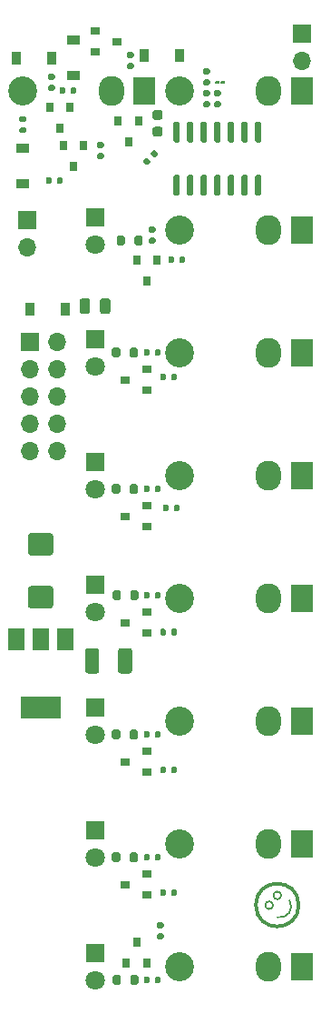
<source format=gts>
G04 #@! TF.GenerationSoftware,KiCad,Pcbnew,(5.1.7)-1*
G04 #@! TF.CreationDate,2021-01-31T04:24:23+01:00*
G04 #@! TF.ProjectId,clockdiv,636c6f63-6b64-4697-962e-6b696361645f,rev?*
G04 #@! TF.SameCoordinates,Original*
G04 #@! TF.FileFunction,Soldermask,Top*
G04 #@! TF.FilePolarity,Negative*
%FSLAX46Y46*%
G04 Gerber Fmt 4.6, Leading zero omitted, Abs format (unit mm)*
G04 Created by KiCad (PCBNEW (5.1.7)-1) date 2021-01-31 04:24:23*
%MOMM*%
%LPD*%
G01*
G04 APERTURE LIST*
%ADD10C,0.150000*%
%ADD11C,0.300000*%
%ADD12O,2.350000X2.800000*%
%ADD13R,2.150000X2.600000*%
%ADD14C,2.700000*%
%ADD15O,1.700000X1.700000*%
%ADD16R,1.700000X1.700000*%
%ADD17R,1.500000X2.000000*%
%ADD18R,3.800000X2.000000*%
%ADD19R,0.800000X0.900000*%
%ADD20C,1.800000*%
%ADD21R,1.800000X1.800000*%
%ADD22R,0.900000X1.200000*%
%ADD23R,1.200000X0.900000*%
%ADD24R,0.900000X0.800000*%
G04 APERTURE END LIST*
D10*
X134502025Y-158465184D02*
G75*
G02*
X133350001Y-160019999I-898025J-538816D01*
G01*
X132947210Y-158898790D02*
G75*
G03*
X132947210Y-158898790I-359210J0D01*
G01*
X133709210Y-157988000D02*
G75*
G03*
X133709210Y-157988000I-359210J0D01*
G01*
D11*
X135350000Y-158880739D02*
G75*
G03*
X135350000Y-158880739I-2000000J0D01*
G01*
G04 #@! TO.C,R22*
G36*
G01*
X122950000Y-133292000D02*
X122950000Y-133662000D01*
G75*
G02*
X122815000Y-133797000I-135000J0D01*
G01*
X122545000Y-133797000D01*
G75*
G02*
X122410000Y-133662000I0J135000D01*
G01*
X122410000Y-133292000D01*
G75*
G02*
X122545000Y-133157000I135000J0D01*
G01*
X122815000Y-133157000D01*
G75*
G02*
X122950000Y-133292000I0J-135000D01*
G01*
G37*
G36*
G01*
X123970000Y-133292000D02*
X123970000Y-133662000D01*
G75*
G02*
X123835000Y-133797000I-135000J0D01*
G01*
X123565000Y-133797000D01*
G75*
G02*
X123430000Y-133662000I0J135000D01*
G01*
X123430000Y-133292000D01*
G75*
G02*
X123565000Y-133157000I135000J0D01*
G01*
X123835000Y-133157000D01*
G75*
G02*
X123970000Y-133292000I0J-135000D01*
G01*
G37*
G04 #@! TD*
D12*
G04 #@! TO.C,J2*
X117856000Y-83058000D03*
D13*
X120956000Y-83058000D03*
D14*
X109556000Y-83058000D03*
G04 #@! TD*
G04 #@! TO.C,R31*
G36*
G01*
X118764000Y-165587000D02*
X118764000Y-166137000D01*
G75*
G02*
X118564000Y-166337000I-200000J0D01*
G01*
X118164000Y-166337000D01*
G75*
G02*
X117964000Y-166137000I0J200000D01*
G01*
X117964000Y-165587000D01*
G75*
G02*
X118164000Y-165387000I200000J0D01*
G01*
X118564000Y-165387000D01*
G75*
G02*
X118764000Y-165587000I0J-200000D01*
G01*
G37*
G36*
G01*
X120414000Y-165587000D02*
X120414000Y-166137000D01*
G75*
G02*
X120214000Y-166337000I-200000J0D01*
G01*
X119814000Y-166337000D01*
G75*
G02*
X119614000Y-166137000I0J200000D01*
G01*
X119614000Y-165587000D01*
G75*
G02*
X119814000Y-165387000I200000J0D01*
G01*
X120214000Y-165387000D01*
G75*
G02*
X120414000Y-165587000I0J-200000D01*
G01*
G37*
G04 #@! TD*
G04 #@! TO.C,R30*
G36*
G01*
X118701000Y-154157000D02*
X118701000Y-154707000D01*
G75*
G02*
X118501000Y-154907000I-200000J0D01*
G01*
X118101000Y-154907000D01*
G75*
G02*
X117901000Y-154707000I0J200000D01*
G01*
X117901000Y-154157000D01*
G75*
G02*
X118101000Y-153957000I200000J0D01*
G01*
X118501000Y-153957000D01*
G75*
G02*
X118701000Y-154157000I0J-200000D01*
G01*
G37*
G36*
G01*
X120351000Y-154157000D02*
X120351000Y-154707000D01*
G75*
G02*
X120151000Y-154907000I-200000J0D01*
G01*
X119751000Y-154907000D01*
G75*
G02*
X119551000Y-154707000I0J200000D01*
G01*
X119551000Y-154157000D01*
G75*
G02*
X119751000Y-153957000I200000J0D01*
G01*
X120151000Y-153957000D01*
G75*
G02*
X120351000Y-154157000I0J-200000D01*
G01*
G37*
G04 #@! TD*
G04 #@! TO.C,R27*
G36*
G01*
X118701000Y-142727000D02*
X118701000Y-143277000D01*
G75*
G02*
X118501000Y-143477000I-200000J0D01*
G01*
X118101000Y-143477000D01*
G75*
G02*
X117901000Y-143277000I0J200000D01*
G01*
X117901000Y-142727000D01*
G75*
G02*
X118101000Y-142527000I200000J0D01*
G01*
X118501000Y-142527000D01*
G75*
G02*
X118701000Y-142727000I0J-200000D01*
G01*
G37*
G36*
G01*
X120351000Y-142727000D02*
X120351000Y-143277000D01*
G75*
G02*
X120151000Y-143477000I-200000J0D01*
G01*
X119751000Y-143477000D01*
G75*
G02*
X119551000Y-143277000I0J200000D01*
G01*
X119551000Y-142727000D01*
G75*
G02*
X119751000Y-142527000I200000J0D01*
G01*
X120151000Y-142527000D01*
G75*
G02*
X120351000Y-142727000I0J-200000D01*
G01*
G37*
G04 #@! TD*
G04 #@! TO.C,R24*
G36*
G01*
X118764000Y-129773000D02*
X118764000Y-130323000D01*
G75*
G02*
X118564000Y-130523000I-200000J0D01*
G01*
X118164000Y-130523000D01*
G75*
G02*
X117964000Y-130323000I0J200000D01*
G01*
X117964000Y-129773000D01*
G75*
G02*
X118164000Y-129573000I200000J0D01*
G01*
X118564000Y-129573000D01*
G75*
G02*
X118764000Y-129773000I0J-200000D01*
G01*
G37*
G36*
G01*
X120414000Y-129773000D02*
X120414000Y-130323000D01*
G75*
G02*
X120214000Y-130523000I-200000J0D01*
G01*
X119814000Y-130523000D01*
G75*
G02*
X119614000Y-130323000I0J200000D01*
G01*
X119614000Y-129773000D01*
G75*
G02*
X119814000Y-129573000I200000J0D01*
G01*
X120214000Y-129573000D01*
G75*
G02*
X120414000Y-129773000I0J-200000D01*
G01*
G37*
G04 #@! TD*
G04 #@! TO.C,R21*
G36*
G01*
X118701000Y-107167000D02*
X118701000Y-107717000D01*
G75*
G02*
X118501000Y-107917000I-200000J0D01*
G01*
X118101000Y-107917000D01*
G75*
G02*
X117901000Y-107717000I0J200000D01*
G01*
X117901000Y-107167000D01*
G75*
G02*
X118101000Y-106967000I200000J0D01*
G01*
X118501000Y-106967000D01*
G75*
G02*
X118701000Y-107167000I0J-200000D01*
G01*
G37*
G36*
G01*
X120351000Y-107167000D02*
X120351000Y-107717000D01*
G75*
G02*
X120151000Y-107917000I-200000J0D01*
G01*
X119751000Y-107917000D01*
G75*
G02*
X119551000Y-107717000I0J200000D01*
G01*
X119551000Y-107167000D01*
G75*
G02*
X119751000Y-106967000I200000J0D01*
G01*
X120151000Y-106967000D01*
G75*
G02*
X120351000Y-107167000I0J-200000D01*
G01*
G37*
G04 #@! TD*
G04 #@! TO.C,R18*
G36*
G01*
X118701000Y-119867000D02*
X118701000Y-120417000D01*
G75*
G02*
X118501000Y-120617000I-200000J0D01*
G01*
X118101000Y-120617000D01*
G75*
G02*
X117901000Y-120417000I0J200000D01*
G01*
X117901000Y-119867000D01*
G75*
G02*
X118101000Y-119667000I200000J0D01*
G01*
X118501000Y-119667000D01*
G75*
G02*
X118701000Y-119867000I0J-200000D01*
G01*
G37*
G36*
G01*
X120351000Y-119867000D02*
X120351000Y-120417000D01*
G75*
G02*
X120151000Y-120617000I-200000J0D01*
G01*
X119751000Y-120617000D01*
G75*
G02*
X119551000Y-120417000I0J200000D01*
G01*
X119551000Y-119867000D01*
G75*
G02*
X119751000Y-119667000I200000J0D01*
G01*
X120151000Y-119667000D01*
G75*
G02*
X120351000Y-119867000I0J-200000D01*
G01*
G37*
G04 #@! TD*
G04 #@! TO.C,R15*
G36*
G01*
X119146000Y-96753000D02*
X119146000Y-97303000D01*
G75*
G02*
X118946000Y-97503000I-200000J0D01*
G01*
X118546000Y-97503000D01*
G75*
G02*
X118346000Y-97303000I0J200000D01*
G01*
X118346000Y-96753000D01*
G75*
G02*
X118546000Y-96553000I200000J0D01*
G01*
X118946000Y-96553000D01*
G75*
G02*
X119146000Y-96753000I0J-200000D01*
G01*
G37*
G36*
G01*
X120796000Y-96753000D02*
X120796000Y-97303000D01*
G75*
G02*
X120596000Y-97503000I-200000J0D01*
G01*
X120196000Y-97503000D01*
G75*
G02*
X119996000Y-97303000I0J200000D01*
G01*
X119996000Y-96753000D01*
G75*
G02*
X120196000Y-96553000I200000J0D01*
G01*
X120596000Y-96553000D01*
G75*
G02*
X120796000Y-96753000I0J-200000D01*
G01*
G37*
G04 #@! TD*
G04 #@! TO.C,R8*
G36*
G01*
X121218104Y-89340267D02*
X121479733Y-89601896D01*
G75*
G02*
X121479733Y-89792814I-95459J-95459D01*
G01*
X121288814Y-89983733D01*
G75*
G02*
X121097896Y-89983733I-95459J95459D01*
G01*
X120836267Y-89722104D01*
G75*
G02*
X120836267Y-89531186I95459J95459D01*
G01*
X121027186Y-89340267D01*
G75*
G02*
X121218104Y-89340267I95459J-95459D01*
G01*
G37*
G36*
G01*
X121939352Y-88619019D02*
X122200981Y-88880648D01*
G75*
G02*
X122200981Y-89071566I-95459J-95459D01*
G01*
X122010062Y-89262485D01*
G75*
G02*
X121819144Y-89262485I-95459J95459D01*
G01*
X121557515Y-89000856D01*
G75*
G02*
X121557515Y-88809938I95459J95459D01*
G01*
X121748434Y-88619019D01*
G75*
G02*
X121939352Y-88619019I95459J-95459D01*
G01*
G37*
G04 #@! TD*
D15*
G04 #@! TO.C,J10*
X135636000Y-80264000D03*
D16*
X135636000Y-77724000D03*
G04 #@! TD*
D15*
G04 #@! TO.C,J3*
X109982000Y-97663000D03*
D16*
X109982000Y-95123000D03*
G04 #@! TD*
D17*
G04 #@! TO.C,U2*
X113552000Y-134162000D03*
X108952000Y-134162000D03*
X111252000Y-134162000D03*
D18*
X111252000Y-140462000D03*
G04 #@! TD*
G04 #@! TO.C,C6*
G36*
G01*
X116727000Y-135218997D02*
X116727000Y-137069003D01*
G75*
G02*
X116477003Y-137319000I-249997J0D01*
G01*
X115651997Y-137319000D01*
G75*
G02*
X115402000Y-137069003I0J249997D01*
G01*
X115402000Y-135218997D01*
G75*
G02*
X115651997Y-134969000I249997J0D01*
G01*
X116477003Y-134969000D01*
G75*
G02*
X116727000Y-135218997I0J-249997D01*
G01*
G37*
G36*
G01*
X119802000Y-135218997D02*
X119802000Y-137069003D01*
G75*
G02*
X119552003Y-137319000I-249997J0D01*
G01*
X118726997Y-137319000D01*
G75*
G02*
X118477000Y-137069003I0J249997D01*
G01*
X118477000Y-135218997D01*
G75*
G02*
X118726997Y-134969000I249997J0D01*
G01*
X119552003Y-134969000D01*
G75*
G02*
X119802000Y-135218997I0J-249997D01*
G01*
G37*
G04 #@! TD*
G04 #@! TO.C,C5*
G36*
G01*
X112177000Y-126337000D02*
X110327000Y-126337000D01*
G75*
G02*
X110077000Y-126087000I0J250000D01*
G01*
X110077000Y-124512000D01*
G75*
G02*
X110327000Y-124262000I250000J0D01*
G01*
X112177000Y-124262000D01*
G75*
G02*
X112427000Y-124512000I0J-250000D01*
G01*
X112427000Y-126087000D01*
G75*
G02*
X112177000Y-126337000I-250000J0D01*
G01*
G37*
G36*
G01*
X112177000Y-131262000D02*
X110327000Y-131262000D01*
G75*
G02*
X110077000Y-131012000I0J250000D01*
G01*
X110077000Y-129437000D01*
G75*
G02*
X110327000Y-129187000I250000J0D01*
G01*
X112177000Y-129187000D01*
G75*
G02*
X112427000Y-129437000I0J-250000D01*
G01*
X112427000Y-131012000D01*
G75*
G02*
X112177000Y-131262000I-250000J0D01*
G01*
G37*
G04 #@! TD*
G04 #@! TO.C,R12*
G36*
G01*
X121906000Y-166047000D02*
X121906000Y-165677000D01*
G75*
G02*
X122041000Y-165542000I135000J0D01*
G01*
X122311000Y-165542000D01*
G75*
G02*
X122446000Y-165677000I0J-135000D01*
G01*
X122446000Y-166047000D01*
G75*
G02*
X122311000Y-166182000I-135000J0D01*
G01*
X122041000Y-166182000D01*
G75*
G02*
X121906000Y-166047000I0J135000D01*
G01*
G37*
G36*
G01*
X120886000Y-166047000D02*
X120886000Y-165677000D01*
G75*
G02*
X121021000Y-165542000I135000J0D01*
G01*
X121291000Y-165542000D01*
G75*
G02*
X121426000Y-165677000I0J-135000D01*
G01*
X121426000Y-166047000D01*
G75*
G02*
X121291000Y-166182000I-135000J0D01*
G01*
X121021000Y-166182000D01*
G75*
G02*
X120886000Y-166047000I0J135000D01*
G01*
G37*
G04 #@! TD*
G04 #@! TO.C,R10*
G36*
G01*
X122243000Y-161530000D02*
X122613000Y-161530000D01*
G75*
G02*
X122748000Y-161665000I0J-135000D01*
G01*
X122748000Y-161935000D01*
G75*
G02*
X122613000Y-162070000I-135000J0D01*
G01*
X122243000Y-162070000D01*
G75*
G02*
X122108000Y-161935000I0J135000D01*
G01*
X122108000Y-161665000D01*
G75*
G02*
X122243000Y-161530000I135000J0D01*
G01*
G37*
G36*
G01*
X122243000Y-160510000D02*
X122613000Y-160510000D01*
G75*
G02*
X122748000Y-160645000I0J-135000D01*
G01*
X122748000Y-160915000D01*
G75*
G02*
X122613000Y-161050000I-135000J0D01*
G01*
X122243000Y-161050000D01*
G75*
G02*
X122108000Y-160915000I0J135000D01*
G01*
X122108000Y-160645000D01*
G75*
G02*
X122243000Y-160510000I135000J0D01*
G01*
G37*
G04 #@! TD*
D19*
G04 #@! TO.C,Q5*
X120208000Y-162322000D03*
X121158000Y-164322000D03*
X119258000Y-164322000D03*
G04 #@! TD*
D12*
G04 #@! TO.C,J12*
X132536000Y-164592000D03*
D13*
X135636000Y-164592000D03*
D14*
X124236000Y-164592000D03*
G04 #@! TD*
D20*
G04 #@! TO.C,D6*
X116332000Y-165862000D03*
D21*
X116332000Y-163322000D03*
G04 #@! TD*
G04 #@! TO.C,U1*
G36*
G01*
X124102000Y-87908000D02*
X123802000Y-87908000D01*
G75*
G02*
X123652000Y-87758000I0J150000D01*
G01*
X123652000Y-86108000D01*
G75*
G02*
X123802000Y-85958000I150000J0D01*
G01*
X124102000Y-85958000D01*
G75*
G02*
X124252000Y-86108000I0J-150000D01*
G01*
X124252000Y-87758000D01*
G75*
G02*
X124102000Y-87908000I-150000J0D01*
G01*
G37*
G36*
G01*
X125372000Y-87908000D02*
X125072000Y-87908000D01*
G75*
G02*
X124922000Y-87758000I0J150000D01*
G01*
X124922000Y-86108000D01*
G75*
G02*
X125072000Y-85958000I150000J0D01*
G01*
X125372000Y-85958000D01*
G75*
G02*
X125522000Y-86108000I0J-150000D01*
G01*
X125522000Y-87758000D01*
G75*
G02*
X125372000Y-87908000I-150000J0D01*
G01*
G37*
G36*
G01*
X126642000Y-87908000D02*
X126342000Y-87908000D01*
G75*
G02*
X126192000Y-87758000I0J150000D01*
G01*
X126192000Y-86108000D01*
G75*
G02*
X126342000Y-85958000I150000J0D01*
G01*
X126642000Y-85958000D01*
G75*
G02*
X126792000Y-86108000I0J-150000D01*
G01*
X126792000Y-87758000D01*
G75*
G02*
X126642000Y-87908000I-150000J0D01*
G01*
G37*
G36*
G01*
X127912000Y-87908000D02*
X127612000Y-87908000D01*
G75*
G02*
X127462000Y-87758000I0J150000D01*
G01*
X127462000Y-86108000D01*
G75*
G02*
X127612000Y-85958000I150000J0D01*
G01*
X127912000Y-85958000D01*
G75*
G02*
X128062000Y-86108000I0J-150000D01*
G01*
X128062000Y-87758000D01*
G75*
G02*
X127912000Y-87908000I-150000J0D01*
G01*
G37*
G36*
G01*
X129182000Y-87908000D02*
X128882000Y-87908000D01*
G75*
G02*
X128732000Y-87758000I0J150000D01*
G01*
X128732000Y-86108000D01*
G75*
G02*
X128882000Y-85958000I150000J0D01*
G01*
X129182000Y-85958000D01*
G75*
G02*
X129332000Y-86108000I0J-150000D01*
G01*
X129332000Y-87758000D01*
G75*
G02*
X129182000Y-87908000I-150000J0D01*
G01*
G37*
G36*
G01*
X130452000Y-87908000D02*
X130152000Y-87908000D01*
G75*
G02*
X130002000Y-87758000I0J150000D01*
G01*
X130002000Y-86108000D01*
G75*
G02*
X130152000Y-85958000I150000J0D01*
G01*
X130452000Y-85958000D01*
G75*
G02*
X130602000Y-86108000I0J-150000D01*
G01*
X130602000Y-87758000D01*
G75*
G02*
X130452000Y-87908000I-150000J0D01*
G01*
G37*
G36*
G01*
X131722000Y-87908000D02*
X131422000Y-87908000D01*
G75*
G02*
X131272000Y-87758000I0J150000D01*
G01*
X131272000Y-86108000D01*
G75*
G02*
X131422000Y-85958000I150000J0D01*
G01*
X131722000Y-85958000D01*
G75*
G02*
X131872000Y-86108000I0J-150000D01*
G01*
X131872000Y-87758000D01*
G75*
G02*
X131722000Y-87908000I-150000J0D01*
G01*
G37*
G36*
G01*
X131722000Y-92858000D02*
X131422000Y-92858000D01*
G75*
G02*
X131272000Y-92708000I0J150000D01*
G01*
X131272000Y-91058000D01*
G75*
G02*
X131422000Y-90908000I150000J0D01*
G01*
X131722000Y-90908000D01*
G75*
G02*
X131872000Y-91058000I0J-150000D01*
G01*
X131872000Y-92708000D01*
G75*
G02*
X131722000Y-92858000I-150000J0D01*
G01*
G37*
G36*
G01*
X130452000Y-92858000D02*
X130152000Y-92858000D01*
G75*
G02*
X130002000Y-92708000I0J150000D01*
G01*
X130002000Y-91058000D01*
G75*
G02*
X130152000Y-90908000I150000J0D01*
G01*
X130452000Y-90908000D01*
G75*
G02*
X130602000Y-91058000I0J-150000D01*
G01*
X130602000Y-92708000D01*
G75*
G02*
X130452000Y-92858000I-150000J0D01*
G01*
G37*
G36*
G01*
X129182000Y-92858000D02*
X128882000Y-92858000D01*
G75*
G02*
X128732000Y-92708000I0J150000D01*
G01*
X128732000Y-91058000D01*
G75*
G02*
X128882000Y-90908000I150000J0D01*
G01*
X129182000Y-90908000D01*
G75*
G02*
X129332000Y-91058000I0J-150000D01*
G01*
X129332000Y-92708000D01*
G75*
G02*
X129182000Y-92858000I-150000J0D01*
G01*
G37*
G36*
G01*
X127912000Y-92858000D02*
X127612000Y-92858000D01*
G75*
G02*
X127462000Y-92708000I0J150000D01*
G01*
X127462000Y-91058000D01*
G75*
G02*
X127612000Y-90908000I150000J0D01*
G01*
X127912000Y-90908000D01*
G75*
G02*
X128062000Y-91058000I0J-150000D01*
G01*
X128062000Y-92708000D01*
G75*
G02*
X127912000Y-92858000I-150000J0D01*
G01*
G37*
G36*
G01*
X126642000Y-92858000D02*
X126342000Y-92858000D01*
G75*
G02*
X126192000Y-92708000I0J150000D01*
G01*
X126192000Y-91058000D01*
G75*
G02*
X126342000Y-90908000I150000J0D01*
G01*
X126642000Y-90908000D01*
G75*
G02*
X126792000Y-91058000I0J-150000D01*
G01*
X126792000Y-92708000D01*
G75*
G02*
X126642000Y-92858000I-150000J0D01*
G01*
G37*
G36*
G01*
X125372000Y-92858000D02*
X125072000Y-92858000D01*
G75*
G02*
X124922000Y-92708000I0J150000D01*
G01*
X124922000Y-91058000D01*
G75*
G02*
X125072000Y-90908000I150000J0D01*
G01*
X125372000Y-90908000D01*
G75*
G02*
X125522000Y-91058000I0J-150000D01*
G01*
X125522000Y-92708000D01*
G75*
G02*
X125372000Y-92858000I-150000J0D01*
G01*
G37*
G36*
G01*
X124102000Y-92858000D02*
X123802000Y-92858000D01*
G75*
G02*
X123652000Y-92708000I0J150000D01*
G01*
X123652000Y-91058000D01*
G75*
G02*
X123802000Y-90908000I150000J0D01*
G01*
X124102000Y-90908000D01*
G75*
G02*
X124252000Y-91058000I0J-150000D01*
G01*
X124252000Y-92708000D01*
G75*
G02*
X124102000Y-92858000I-150000J0D01*
G01*
G37*
G04 #@! TD*
G04 #@! TO.C,R11*
G36*
G01*
X112762000Y-91625000D02*
X112762000Y-91255000D01*
G75*
G02*
X112897000Y-91120000I135000J0D01*
G01*
X113167000Y-91120000D01*
G75*
G02*
X113302000Y-91255000I0J-135000D01*
G01*
X113302000Y-91625000D01*
G75*
G02*
X113167000Y-91760000I-135000J0D01*
G01*
X112897000Y-91760000D01*
G75*
G02*
X112762000Y-91625000I0J135000D01*
G01*
G37*
G36*
G01*
X111742000Y-91625000D02*
X111742000Y-91255000D01*
G75*
G02*
X111877000Y-91120000I135000J0D01*
G01*
X112147000Y-91120000D01*
G75*
G02*
X112282000Y-91255000I0J-135000D01*
G01*
X112282000Y-91625000D01*
G75*
G02*
X112147000Y-91760000I-135000J0D01*
G01*
X111877000Y-91760000D01*
G75*
G02*
X111742000Y-91625000I0J135000D01*
G01*
G37*
G04 #@! TD*
D15*
G04 #@! TO.C,J11*
X112776000Y-116586000D03*
X110236000Y-116586000D03*
X112776000Y-114046000D03*
X110236000Y-114046000D03*
X112776000Y-111506000D03*
X110236000Y-111506000D03*
X112776000Y-108966000D03*
X110236000Y-108966000D03*
X112776000Y-106426000D03*
D16*
X110236000Y-106426000D03*
G04 #@! TD*
D22*
G04 #@! TO.C,D5*
X110238000Y-103378000D03*
X113538000Y-103378000D03*
G04 #@! TD*
G04 #@! TO.C,C4*
G36*
G01*
X116782000Y-103599000D02*
X116782000Y-102649000D01*
G75*
G02*
X117032000Y-102399000I250000J0D01*
G01*
X117532000Y-102399000D01*
G75*
G02*
X117782000Y-102649000I0J-250000D01*
G01*
X117782000Y-103599000D01*
G75*
G02*
X117532000Y-103849000I-250000J0D01*
G01*
X117032000Y-103849000D01*
G75*
G02*
X116782000Y-103599000I0J250000D01*
G01*
G37*
G36*
G01*
X114882000Y-103599000D02*
X114882000Y-102649000D01*
G75*
G02*
X115132000Y-102399000I250000J0D01*
G01*
X115632000Y-102399000D01*
G75*
G02*
X115882000Y-102649000I0J-250000D01*
G01*
X115882000Y-103599000D01*
G75*
G02*
X115632000Y-103849000I-250000J0D01*
G01*
X115132000Y-103849000D01*
G75*
G02*
X114882000Y-103599000I0J250000D01*
G01*
G37*
G04 #@! TD*
D23*
G04 #@! TO.C,D4*
X114300000Y-78360000D03*
X114300000Y-81660000D03*
G04 #@! TD*
G04 #@! TO.C,D3*
X109601000Y-91693000D03*
X109601000Y-88393000D03*
G04 #@! TD*
D22*
G04 #@! TO.C,D2*
X108968000Y-80010000D03*
X112268000Y-80010000D03*
G04 #@! TD*
G04 #@! TO.C,D1*
X124206000Y-79756000D03*
X120906000Y-79756000D03*
G04 #@! TD*
G04 #@! TO.C,C2*
G36*
G01*
X121924000Y-86431000D02*
X122424000Y-86431000D01*
G75*
G02*
X122649000Y-86656000I0J-225000D01*
G01*
X122649000Y-87106000D01*
G75*
G02*
X122424000Y-87331000I-225000J0D01*
G01*
X121924000Y-87331000D01*
G75*
G02*
X121699000Y-87106000I0J225000D01*
G01*
X121699000Y-86656000D01*
G75*
G02*
X121924000Y-86431000I225000J0D01*
G01*
G37*
G36*
G01*
X121924000Y-84881000D02*
X122424000Y-84881000D01*
G75*
G02*
X122649000Y-85106000I0J-225000D01*
G01*
X122649000Y-85556000D01*
G75*
G02*
X122424000Y-85781000I-225000J0D01*
G01*
X121924000Y-85781000D01*
G75*
G02*
X121699000Y-85556000I0J225000D01*
G01*
X121699000Y-85106000D01*
G75*
G02*
X121924000Y-84881000I225000J0D01*
G01*
G37*
G04 #@! TD*
D20*
G04 #@! TO.C,D12*
X116332000Y-154432000D03*
D21*
X116332000Y-151892000D03*
G04 #@! TD*
D20*
G04 #@! TO.C,D11*
X116332000Y-143002000D03*
D21*
X116332000Y-140462000D03*
G04 #@! TD*
D20*
G04 #@! TO.C,D10*
X116332000Y-131572000D03*
D21*
X116332000Y-129032000D03*
G04 #@! TD*
D20*
G04 #@! TO.C,D9*
X116332000Y-108712000D03*
D21*
X116332000Y-106172000D03*
G04 #@! TD*
D20*
G04 #@! TO.C,D8*
X116332000Y-120142000D03*
D21*
X116332000Y-117602000D03*
G04 #@! TD*
D20*
G04 #@! TO.C,D7*
X116332000Y-97409000D03*
D21*
X116332000Y-94869000D03*
G04 #@! TD*
G04 #@! TO.C,R29*
G36*
G01*
X121908000Y-154617000D02*
X121908000Y-154247000D01*
G75*
G02*
X122043000Y-154112000I135000J0D01*
G01*
X122313000Y-154112000D01*
G75*
G02*
X122448000Y-154247000I0J-135000D01*
G01*
X122448000Y-154617000D01*
G75*
G02*
X122313000Y-154752000I-135000J0D01*
G01*
X122043000Y-154752000D01*
G75*
G02*
X121908000Y-154617000I0J135000D01*
G01*
G37*
G36*
G01*
X120888000Y-154617000D02*
X120888000Y-154247000D01*
G75*
G02*
X121023000Y-154112000I135000J0D01*
G01*
X121293000Y-154112000D01*
G75*
G02*
X121428000Y-154247000I0J-135000D01*
G01*
X121428000Y-154617000D01*
G75*
G02*
X121293000Y-154752000I-135000J0D01*
G01*
X121023000Y-154752000D01*
G75*
G02*
X120888000Y-154617000I0J135000D01*
G01*
G37*
G04 #@! TD*
G04 #@! TO.C,R28*
G36*
G01*
X122950000Y-157549000D02*
X122950000Y-157919000D01*
G75*
G02*
X122815000Y-158054000I-135000J0D01*
G01*
X122545000Y-158054000D01*
G75*
G02*
X122410000Y-157919000I0J135000D01*
G01*
X122410000Y-157549000D01*
G75*
G02*
X122545000Y-157414000I135000J0D01*
G01*
X122815000Y-157414000D01*
G75*
G02*
X122950000Y-157549000I0J-135000D01*
G01*
G37*
G36*
G01*
X123970000Y-157549000D02*
X123970000Y-157919000D01*
G75*
G02*
X123835000Y-158054000I-135000J0D01*
G01*
X123565000Y-158054000D01*
G75*
G02*
X123430000Y-157919000I0J135000D01*
G01*
X123430000Y-157549000D01*
G75*
G02*
X123565000Y-157414000I135000J0D01*
G01*
X123835000Y-157414000D01*
G75*
G02*
X123970000Y-157549000I0J-135000D01*
G01*
G37*
G04 #@! TD*
G04 #@! TO.C,R26*
G36*
G01*
X121906000Y-143187000D02*
X121906000Y-142817000D01*
G75*
G02*
X122041000Y-142682000I135000J0D01*
G01*
X122311000Y-142682000D01*
G75*
G02*
X122446000Y-142817000I0J-135000D01*
G01*
X122446000Y-143187000D01*
G75*
G02*
X122311000Y-143322000I-135000J0D01*
G01*
X122041000Y-143322000D01*
G75*
G02*
X121906000Y-143187000I0J135000D01*
G01*
G37*
G36*
G01*
X120886000Y-143187000D02*
X120886000Y-142817000D01*
G75*
G02*
X121021000Y-142682000I135000J0D01*
G01*
X121291000Y-142682000D01*
G75*
G02*
X121426000Y-142817000I0J-135000D01*
G01*
X121426000Y-143187000D01*
G75*
G02*
X121291000Y-143322000I-135000J0D01*
G01*
X121021000Y-143322000D01*
G75*
G02*
X120886000Y-143187000I0J135000D01*
G01*
G37*
G04 #@! TD*
G04 #@! TO.C,R25*
G36*
G01*
X122952000Y-146119000D02*
X122952000Y-146489000D01*
G75*
G02*
X122817000Y-146624000I-135000J0D01*
G01*
X122547000Y-146624000D01*
G75*
G02*
X122412000Y-146489000I0J135000D01*
G01*
X122412000Y-146119000D01*
G75*
G02*
X122547000Y-145984000I135000J0D01*
G01*
X122817000Y-145984000D01*
G75*
G02*
X122952000Y-146119000I0J-135000D01*
G01*
G37*
G36*
G01*
X123972000Y-146119000D02*
X123972000Y-146489000D01*
G75*
G02*
X123837000Y-146624000I-135000J0D01*
G01*
X123567000Y-146624000D01*
G75*
G02*
X123432000Y-146489000I0J135000D01*
G01*
X123432000Y-146119000D01*
G75*
G02*
X123567000Y-145984000I135000J0D01*
G01*
X123837000Y-145984000D01*
G75*
G02*
X123972000Y-146119000I0J-135000D01*
G01*
G37*
G04 #@! TD*
G04 #@! TO.C,R23*
G36*
G01*
X121906000Y-130233000D02*
X121906000Y-129863000D01*
G75*
G02*
X122041000Y-129728000I135000J0D01*
G01*
X122311000Y-129728000D01*
G75*
G02*
X122446000Y-129863000I0J-135000D01*
G01*
X122446000Y-130233000D01*
G75*
G02*
X122311000Y-130368000I-135000J0D01*
G01*
X122041000Y-130368000D01*
G75*
G02*
X121906000Y-130233000I0J135000D01*
G01*
G37*
G36*
G01*
X120886000Y-130233000D02*
X120886000Y-129863000D01*
G75*
G02*
X121021000Y-129728000I135000J0D01*
G01*
X121291000Y-129728000D01*
G75*
G02*
X121426000Y-129863000I0J-135000D01*
G01*
X121426000Y-130233000D01*
G75*
G02*
X121291000Y-130368000I-135000J0D01*
G01*
X121021000Y-130368000D01*
G75*
G02*
X120886000Y-130233000I0J135000D01*
G01*
G37*
G04 #@! TD*
G04 #@! TO.C,R20*
G36*
G01*
X121906000Y-107627000D02*
X121906000Y-107257000D01*
G75*
G02*
X122041000Y-107122000I135000J0D01*
G01*
X122311000Y-107122000D01*
G75*
G02*
X122446000Y-107257000I0J-135000D01*
G01*
X122446000Y-107627000D01*
G75*
G02*
X122311000Y-107762000I-135000J0D01*
G01*
X122041000Y-107762000D01*
G75*
G02*
X121906000Y-107627000I0J135000D01*
G01*
G37*
G36*
G01*
X120886000Y-107627000D02*
X120886000Y-107257000D01*
G75*
G02*
X121021000Y-107122000I135000J0D01*
G01*
X121291000Y-107122000D01*
G75*
G02*
X121426000Y-107257000I0J-135000D01*
G01*
X121426000Y-107627000D01*
G75*
G02*
X121291000Y-107762000I-135000J0D01*
G01*
X121021000Y-107762000D01*
G75*
G02*
X120886000Y-107627000I0J135000D01*
G01*
G37*
G04 #@! TD*
G04 #@! TO.C,R19*
G36*
G01*
X123970000Y-109543000D02*
X123970000Y-109913000D01*
G75*
G02*
X123835000Y-110048000I-135000J0D01*
G01*
X123565000Y-110048000D01*
G75*
G02*
X123430000Y-109913000I0J135000D01*
G01*
X123430000Y-109543000D01*
G75*
G02*
X123565000Y-109408000I135000J0D01*
G01*
X123835000Y-109408000D01*
G75*
G02*
X123970000Y-109543000I0J-135000D01*
G01*
G37*
G36*
G01*
X122950000Y-109543000D02*
X122950000Y-109913000D01*
G75*
G02*
X122815000Y-110048000I-135000J0D01*
G01*
X122545000Y-110048000D01*
G75*
G02*
X122410000Y-109913000I0J135000D01*
G01*
X122410000Y-109543000D01*
G75*
G02*
X122545000Y-109408000I135000J0D01*
G01*
X122815000Y-109408000D01*
G75*
G02*
X122950000Y-109543000I0J-135000D01*
G01*
G37*
G04 #@! TD*
G04 #@! TO.C,R17*
G36*
G01*
X121906000Y-120327000D02*
X121906000Y-119957000D01*
G75*
G02*
X122041000Y-119822000I135000J0D01*
G01*
X122311000Y-119822000D01*
G75*
G02*
X122446000Y-119957000I0J-135000D01*
G01*
X122446000Y-120327000D01*
G75*
G02*
X122311000Y-120462000I-135000J0D01*
G01*
X122041000Y-120462000D01*
G75*
G02*
X121906000Y-120327000I0J135000D01*
G01*
G37*
G36*
G01*
X120886000Y-120327000D02*
X120886000Y-119957000D01*
G75*
G02*
X121021000Y-119822000I135000J0D01*
G01*
X121291000Y-119822000D01*
G75*
G02*
X121426000Y-119957000I0J-135000D01*
G01*
X121426000Y-120327000D01*
G75*
G02*
X121291000Y-120462000I-135000J0D01*
G01*
X121021000Y-120462000D01*
G75*
G02*
X120886000Y-120327000I0J135000D01*
G01*
G37*
G04 #@! TD*
G04 #@! TO.C,R16*
G36*
G01*
X123204000Y-121735000D02*
X123204000Y-122105000D01*
G75*
G02*
X123069000Y-122240000I-135000J0D01*
G01*
X122799000Y-122240000D01*
G75*
G02*
X122664000Y-122105000I0J135000D01*
G01*
X122664000Y-121735000D01*
G75*
G02*
X122799000Y-121600000I135000J0D01*
G01*
X123069000Y-121600000D01*
G75*
G02*
X123204000Y-121735000I0J-135000D01*
G01*
G37*
G36*
G01*
X124224000Y-121735000D02*
X124224000Y-122105000D01*
G75*
G02*
X124089000Y-122240000I-135000J0D01*
G01*
X123819000Y-122240000D01*
G75*
G02*
X123684000Y-122105000I0J135000D01*
G01*
X123684000Y-121735000D01*
G75*
G02*
X123819000Y-121600000I135000J0D01*
G01*
X124089000Y-121600000D01*
G75*
G02*
X124224000Y-121735000I0J-135000D01*
G01*
G37*
G04 #@! TD*
G04 #@! TO.C,R14*
G36*
G01*
X121851000Y-96280000D02*
X121481000Y-96280000D01*
G75*
G02*
X121346000Y-96145000I0J135000D01*
G01*
X121346000Y-95875000D01*
G75*
G02*
X121481000Y-95740000I135000J0D01*
G01*
X121851000Y-95740000D01*
G75*
G02*
X121986000Y-95875000I0J-135000D01*
G01*
X121986000Y-96145000D01*
G75*
G02*
X121851000Y-96280000I-135000J0D01*
G01*
G37*
G36*
G01*
X121851000Y-97300000D02*
X121481000Y-97300000D01*
G75*
G02*
X121346000Y-97165000I0J135000D01*
G01*
X121346000Y-96895000D01*
G75*
G02*
X121481000Y-96760000I135000J0D01*
G01*
X121851000Y-96760000D01*
G75*
G02*
X121986000Y-96895000I0J-135000D01*
G01*
X121986000Y-97165000D01*
G75*
G02*
X121851000Y-97300000I-135000J0D01*
G01*
G37*
G04 #@! TD*
G04 #@! TO.C,R13*
G36*
G01*
X123712000Y-98621000D02*
X123712000Y-98991000D01*
G75*
G02*
X123577000Y-99126000I-135000J0D01*
G01*
X123307000Y-99126000D01*
G75*
G02*
X123172000Y-98991000I0J135000D01*
G01*
X123172000Y-98621000D01*
G75*
G02*
X123307000Y-98486000I135000J0D01*
G01*
X123577000Y-98486000D01*
G75*
G02*
X123712000Y-98621000I0J-135000D01*
G01*
G37*
G36*
G01*
X124732000Y-98621000D02*
X124732000Y-98991000D01*
G75*
G02*
X124597000Y-99126000I-135000J0D01*
G01*
X124327000Y-99126000D01*
G75*
G02*
X124192000Y-98991000I0J135000D01*
G01*
X124192000Y-98621000D01*
G75*
G02*
X124327000Y-98486000I135000J0D01*
G01*
X124597000Y-98486000D01*
G75*
G02*
X124732000Y-98621000I0J-135000D01*
G01*
G37*
G04 #@! TD*
G04 #@! TO.C,R9*
G36*
G01*
X117025000Y-88406000D02*
X116655000Y-88406000D01*
G75*
G02*
X116520000Y-88271000I0J135000D01*
G01*
X116520000Y-88001000D01*
G75*
G02*
X116655000Y-87866000I135000J0D01*
G01*
X117025000Y-87866000D01*
G75*
G02*
X117160000Y-88001000I0J-135000D01*
G01*
X117160000Y-88271000D01*
G75*
G02*
X117025000Y-88406000I-135000J0D01*
G01*
G37*
G36*
G01*
X117025000Y-89426000D02*
X116655000Y-89426000D01*
G75*
G02*
X116520000Y-89291000I0J135000D01*
G01*
X116520000Y-89021000D01*
G75*
G02*
X116655000Y-88886000I135000J0D01*
G01*
X117025000Y-88886000D01*
G75*
G02*
X117160000Y-89021000I0J-135000D01*
G01*
X117160000Y-89291000D01*
G75*
G02*
X117025000Y-89426000I-135000J0D01*
G01*
G37*
G04 #@! TD*
G04 #@! TO.C,R7*
G36*
G01*
X113552000Y-82873000D02*
X113552000Y-83243000D01*
G75*
G02*
X113417000Y-83378000I-135000J0D01*
G01*
X113147000Y-83378000D01*
G75*
G02*
X113012000Y-83243000I0J135000D01*
G01*
X113012000Y-82873000D01*
G75*
G02*
X113147000Y-82738000I135000J0D01*
G01*
X113417000Y-82738000D01*
G75*
G02*
X113552000Y-82873000I0J-135000D01*
G01*
G37*
G36*
G01*
X114572000Y-82873000D02*
X114572000Y-83243000D01*
G75*
G02*
X114437000Y-83378000I-135000J0D01*
G01*
X114167000Y-83378000D01*
G75*
G02*
X114032000Y-83243000I0J135000D01*
G01*
X114032000Y-82873000D01*
G75*
G02*
X114167000Y-82738000I135000J0D01*
G01*
X114437000Y-82738000D01*
G75*
G02*
X114572000Y-82873000I0J-135000D01*
G01*
G37*
G04 #@! TD*
G04 #@! TO.C,R6*
G36*
G01*
X109786000Y-85993000D02*
X109416000Y-85993000D01*
G75*
G02*
X109281000Y-85858000I0J135000D01*
G01*
X109281000Y-85588000D01*
G75*
G02*
X109416000Y-85453000I135000J0D01*
G01*
X109786000Y-85453000D01*
G75*
G02*
X109921000Y-85588000I0J-135000D01*
G01*
X109921000Y-85858000D01*
G75*
G02*
X109786000Y-85993000I-135000J0D01*
G01*
G37*
G36*
G01*
X109786000Y-87013000D02*
X109416000Y-87013000D01*
G75*
G02*
X109281000Y-86878000I0J135000D01*
G01*
X109281000Y-86608000D01*
G75*
G02*
X109416000Y-86473000I135000J0D01*
G01*
X109786000Y-86473000D01*
G75*
G02*
X109921000Y-86608000I0J-135000D01*
G01*
X109921000Y-86878000D01*
G75*
G02*
X109786000Y-87013000I-135000J0D01*
G01*
G37*
G04 #@! TD*
G04 #@! TO.C,R5*
G36*
G01*
X112083000Y-82536000D02*
X112453000Y-82536000D01*
G75*
G02*
X112588000Y-82671000I0J-135000D01*
G01*
X112588000Y-82941000D01*
G75*
G02*
X112453000Y-83076000I-135000J0D01*
G01*
X112083000Y-83076000D01*
G75*
G02*
X111948000Y-82941000I0J135000D01*
G01*
X111948000Y-82671000D01*
G75*
G02*
X112083000Y-82536000I135000J0D01*
G01*
G37*
G36*
G01*
X112083000Y-81516000D02*
X112453000Y-81516000D01*
G75*
G02*
X112588000Y-81651000I0J-135000D01*
G01*
X112588000Y-81921000D01*
G75*
G02*
X112453000Y-82056000I-135000J0D01*
G01*
X112083000Y-82056000D01*
G75*
G02*
X111948000Y-81921000I0J135000D01*
G01*
X111948000Y-81651000D01*
G75*
G02*
X112083000Y-81516000I135000J0D01*
G01*
G37*
G04 #@! TD*
G04 #@! TO.C,R4*
G36*
G01*
X119449000Y-80504000D02*
X119819000Y-80504000D01*
G75*
G02*
X119954000Y-80639000I0J-135000D01*
G01*
X119954000Y-80909000D01*
G75*
G02*
X119819000Y-81044000I-135000J0D01*
G01*
X119449000Y-81044000D01*
G75*
G02*
X119314000Y-80909000I0J135000D01*
G01*
X119314000Y-80639000D01*
G75*
G02*
X119449000Y-80504000I135000J0D01*
G01*
G37*
G36*
G01*
X119449000Y-79484000D02*
X119819000Y-79484000D01*
G75*
G02*
X119954000Y-79619000I0J-135000D01*
G01*
X119954000Y-79889000D01*
G75*
G02*
X119819000Y-80024000I-135000J0D01*
G01*
X119449000Y-80024000D01*
G75*
G02*
X119314000Y-79889000I0J135000D01*
G01*
X119314000Y-79619000D01*
G75*
G02*
X119449000Y-79484000I135000J0D01*
G01*
G37*
G04 #@! TD*
G04 #@! TO.C,R3*
G36*
G01*
X126931000Y-83580000D02*
X126561000Y-83580000D01*
G75*
G02*
X126426000Y-83445000I0J135000D01*
G01*
X126426000Y-83175000D01*
G75*
G02*
X126561000Y-83040000I135000J0D01*
G01*
X126931000Y-83040000D01*
G75*
G02*
X127066000Y-83175000I0J-135000D01*
G01*
X127066000Y-83445000D01*
G75*
G02*
X126931000Y-83580000I-135000J0D01*
G01*
G37*
G36*
G01*
X126931000Y-84600000D02*
X126561000Y-84600000D01*
G75*
G02*
X126426000Y-84465000I0J135000D01*
G01*
X126426000Y-84195000D01*
G75*
G02*
X126561000Y-84060000I135000J0D01*
G01*
X126931000Y-84060000D01*
G75*
G02*
X127066000Y-84195000I0J-135000D01*
G01*
X127066000Y-84465000D01*
G75*
G02*
X126931000Y-84600000I-135000J0D01*
G01*
G37*
G04 #@! TD*
G04 #@! TO.C,R2*
G36*
G01*
X126561000Y-82028000D02*
X126931000Y-82028000D01*
G75*
G02*
X127066000Y-82163000I0J-135000D01*
G01*
X127066000Y-82433000D01*
G75*
G02*
X126931000Y-82568000I-135000J0D01*
G01*
X126561000Y-82568000D01*
G75*
G02*
X126426000Y-82433000I0J135000D01*
G01*
X126426000Y-82163000D01*
G75*
G02*
X126561000Y-82028000I135000J0D01*
G01*
G37*
G36*
G01*
X126561000Y-81008000D02*
X126931000Y-81008000D01*
G75*
G02*
X127066000Y-81143000I0J-135000D01*
G01*
X127066000Y-81413000D01*
G75*
G02*
X126931000Y-81548000I-135000J0D01*
G01*
X126561000Y-81548000D01*
G75*
G02*
X126426000Y-81413000I0J135000D01*
G01*
X126426000Y-81143000D01*
G75*
G02*
X126561000Y-81008000I135000J0D01*
G01*
G37*
G04 #@! TD*
G04 #@! TO.C,R1*
G36*
G01*
X127577000Y-84060000D02*
X127947000Y-84060000D01*
G75*
G02*
X128082000Y-84195000I0J-135000D01*
G01*
X128082000Y-84465000D01*
G75*
G02*
X127947000Y-84600000I-135000J0D01*
G01*
X127577000Y-84600000D01*
G75*
G02*
X127442000Y-84465000I0J135000D01*
G01*
X127442000Y-84195000D01*
G75*
G02*
X127577000Y-84060000I135000J0D01*
G01*
G37*
G36*
G01*
X127577000Y-83040000D02*
X127947000Y-83040000D01*
G75*
G02*
X128082000Y-83175000I0J-135000D01*
G01*
X128082000Y-83445000D01*
G75*
G02*
X127947000Y-83580000I-135000J0D01*
G01*
X127577000Y-83580000D01*
G75*
G02*
X127442000Y-83445000I0J135000D01*
G01*
X127442000Y-83175000D01*
G75*
G02*
X127577000Y-83040000I135000J0D01*
G01*
G37*
G04 #@! TD*
D24*
G04 #@! TO.C,Q11*
X119142000Y-156972000D03*
X121142000Y-156022000D03*
X121142000Y-157922000D03*
G04 #@! TD*
G04 #@! TO.C,Q10*
X119142000Y-145542000D03*
X121142000Y-144592000D03*
X121142000Y-146492000D03*
G04 #@! TD*
G04 #@! TO.C,Q9*
X119158000Y-132588000D03*
X121158000Y-131638000D03*
X121158000Y-133538000D03*
G04 #@! TD*
G04 #@! TO.C,Q8*
X119142000Y-109982000D03*
X121142000Y-109032000D03*
X121142000Y-110932000D03*
G04 #@! TD*
G04 #@! TO.C,Q7*
X119142000Y-122682000D03*
X121142000Y-121732000D03*
X121142000Y-123632000D03*
G04 #@! TD*
D19*
G04 #@! TO.C,Q6*
X121158000Y-100822000D03*
X120208000Y-98822000D03*
X122108000Y-98822000D03*
G04 #@! TD*
G04 #@! TO.C,Q4*
X114300000Y-90154000D03*
X113350000Y-88154000D03*
X115250000Y-88154000D03*
G04 #@! TD*
G04 #@! TO.C,Q3*
X113030000Y-86598000D03*
X112080000Y-84598000D03*
X113980000Y-84598000D03*
G04 #@! TD*
G04 #@! TO.C,Q2*
X119446000Y-87868000D03*
X118496000Y-85868000D03*
X120396000Y-85868000D03*
G04 #@! TD*
D24*
G04 #@! TO.C,Q1*
X118348000Y-78486000D03*
X116348000Y-79436000D03*
X116348000Y-77536000D03*
G04 #@! TD*
D12*
G04 #@! TO.C,J9*
X132536000Y-153162000D03*
D13*
X135636000Y-153162000D03*
D14*
X124236000Y-153162000D03*
G04 #@! TD*
D12*
G04 #@! TO.C,J8*
X132536000Y-141732000D03*
D13*
X135636000Y-141732000D03*
D14*
X124236000Y-141732000D03*
G04 #@! TD*
D12*
G04 #@! TO.C,J7*
X132536000Y-130302000D03*
D13*
X135636000Y-130302000D03*
D14*
X124236000Y-130302000D03*
G04 #@! TD*
D12*
G04 #@! TO.C,J6*
X132536000Y-107442000D03*
D13*
X135636000Y-107442000D03*
D14*
X124236000Y-107442000D03*
G04 #@! TD*
D12*
G04 #@! TO.C,J5*
X132536000Y-118872000D03*
D13*
X135636000Y-118872000D03*
D14*
X124236000Y-118872000D03*
G04 #@! TD*
D12*
G04 #@! TO.C,J4*
X132536000Y-96012000D03*
D13*
X135636000Y-96012000D03*
D14*
X124236000Y-96012000D03*
G04 #@! TD*
D12*
G04 #@! TO.C,J1*
X132536000Y-83058000D03*
D13*
X135636000Y-83058000D03*
D14*
X124236000Y-83058000D03*
G04 #@! TD*
G04 #@! TO.C,C1*
G36*
G01*
X128066000Y-82371000D02*
X128066000Y-82221000D01*
G75*
G02*
X128141000Y-82146000I75000J0D01*
G01*
X128391000Y-82146000D01*
G75*
G02*
X128466000Y-82221000I0J-75000D01*
G01*
X128466000Y-82371000D01*
G75*
G02*
X128391000Y-82446000I-75000J0D01*
G01*
X128141000Y-82446000D01*
G75*
G02*
X128066000Y-82371000I0J75000D01*
G01*
G37*
G36*
G01*
X127566000Y-82371000D02*
X127566000Y-82221000D01*
G75*
G02*
X127641000Y-82146000I75000J0D01*
G01*
X127891000Y-82146000D01*
G75*
G02*
X127966000Y-82221000I0J-75000D01*
G01*
X127966000Y-82371000D01*
G75*
G02*
X127891000Y-82446000I-75000J0D01*
G01*
X127641000Y-82446000D01*
G75*
G02*
X127566000Y-82371000I0J75000D01*
G01*
G37*
G04 #@! TD*
M02*

</source>
